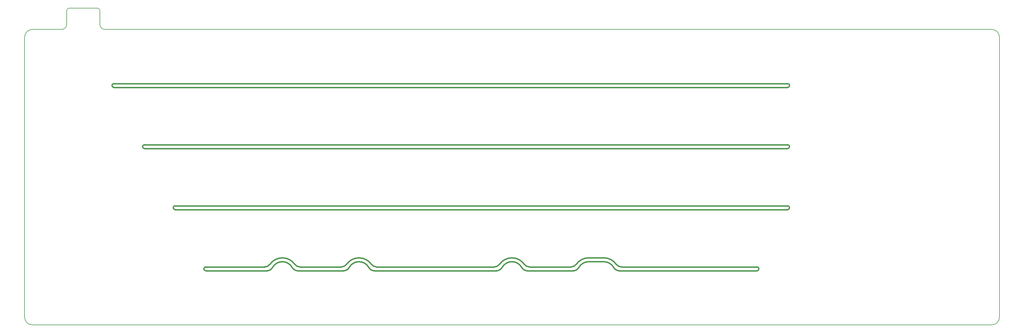
<source format=gbr>
%TF.GenerationSoftware,KiCad,Pcbnew,(5.1.11)-1*%
%TF.CreationDate,2022-07-12T18:19:22+07:00*%
%TF.ProjectId,Malenia,4d616c65-6e69-4612-9e6b-696361645f70,rev?*%
%TF.SameCoordinates,Original*%
%TF.FileFunction,Profile,NP*%
%FSLAX46Y46*%
G04 Gerber Fmt 4.6, Leading zero omitted, Abs format (unit mm)*
G04 Created by KiCad (PCBNEW (5.1.11)-1) date 2022-07-12 18:19:22*
%MOMM*%
%LPD*%
G01*
G04 APERTURE LIST*
%TA.AperFunction,Profile*%
%ADD10C,0.400000*%
%TD*%
%TA.AperFunction,Profile*%
%ADD11C,0.150000*%
%TD*%
G04 APERTURE END LIST*
D10*
X104742388Y-105374999D02*
X85725016Y-105375008D01*
X85725016Y-104175008D02*
X104082038Y-104174999D01*
X257174976Y-105374952D02*
X214345094Y-105374967D01*
X177113325Y-103331263D02*
G75*
G02*
X184773172Y-103331259I3829925J-2713737D01*
G01*
X138843555Y-104174990D02*
G75*
G02*
X137211679Y-103331269I0J2000001D01*
G01*
X129551819Y-103331273D02*
G75*
G02*
X137211679Y-103331269I3829931J-2713727D01*
G01*
X129551818Y-103331270D02*
G75*
G02*
X127919943Y-104174992I-1631876J1156278D01*
G01*
X200989329Y-103331257D02*
G75*
G02*
X204819248Y-101351100I3829921J-2713743D01*
G01*
X177113325Y-103331261D02*
G75*
G02*
X175481452Y-104174978I-1631873J1156283D01*
G01*
X215005439Y-104174967D02*
X257174976Y-104174952D01*
X204819248Y-101351100D02*
X209543650Y-101351100D01*
X138843555Y-104174989D02*
X175481452Y-104174978D01*
X209543649Y-101351100D02*
G75*
G02*
X213373568Y-103331253I1J-4693900D01*
G01*
X185744699Y-105374975D02*
G75*
G02*
X183996778Y-104346971I-1J2000000D01*
G01*
X200017804Y-105374971D02*
X185744699Y-105374975D01*
X201765722Y-104346968D02*
G75*
G02*
X200017804Y-105374971I-1747919J971997D01*
G01*
X215005439Y-104174967D02*
G75*
G02*
X213373568Y-103331253I0J2000000D01*
G01*
X214345094Y-105374967D02*
G75*
G02*
X212597175Y-104346966I-1J2000000D01*
G01*
X200989328Y-103331257D02*
G75*
G02*
X199357457Y-104174971I-1631871J1156286D01*
G01*
X201765723Y-104346969D02*
G75*
G02*
X204819250Y-102551100I3053527J-1698031D01*
G01*
X209543648Y-102551100D02*
X204819250Y-102551100D01*
X209543648Y-102551100D02*
G75*
G02*
X212597175Y-104346966I2J-3493900D01*
G01*
X186405045Y-104174975D02*
X199357457Y-104174971D01*
X186405045Y-104174976D02*
G75*
G02*
X184773172Y-103331259I0J2000001D01*
G01*
X115005660Y-104174996D02*
X127919943Y-104174992D01*
X115005661Y-104174996D02*
G75*
G02*
X113373783Y-103331274I-1J2000000D01*
G01*
X105713915Y-103331277D02*
G75*
G02*
X113373783Y-103331274I3829935J-2713723D01*
G01*
X114345311Y-105374996D02*
G75*
G02*
X112597386Y-104346985I-1J2000000D01*
G01*
X177889720Y-104346974D02*
G75*
G02*
X183996778Y-104346971I3053530J-1698026D01*
G01*
X105713915Y-103331275D02*
G75*
G02*
X104082038Y-104174999I-1631878J1156276D01*
G01*
X106490313Y-104346987D02*
G75*
G02*
X112597386Y-104346985I3053537J-1698013D01*
G01*
X177889720Y-104346973D02*
G75*
G02*
X176141800Y-105374978I-1747921J971995D01*
G01*
X176141800Y-105374978D02*
X138183206Y-105374989D01*
X106490312Y-104346987D02*
G75*
G02*
X104742388Y-105374999I-1747924J971988D01*
G01*
X128580292Y-105374992D02*
X114345310Y-105374996D01*
X130328215Y-104346983D02*
G75*
G02*
X136435283Y-104346980I3053535J-1698017D01*
G01*
X130328215Y-104346982D02*
G75*
G02*
X128580292Y-105374992I-1747923J971990D01*
G01*
X138183207Y-105374989D02*
G75*
G02*
X136435283Y-104346980I-1J2000000D01*
G01*
X85725016Y-105375008D02*
G75*
G02*
X85725016Y-104175008I0J600000D01*
G01*
X257174976Y-104174952D02*
G75*
G02*
X257174976Y-105374952I0J-600000D01*
G01*
X266699976Y-85124952D02*
G75*
G02*
X266699976Y-86324952I0J-600000D01*
G01*
X76200016Y-85125008D02*
X266699976Y-85124952D01*
X76200016Y-86325008D02*
G75*
G02*
X76200016Y-85125008I0J600000D01*
G01*
X76200016Y-86325008D02*
X266699976Y-86324952D01*
X66675016Y-67275008D02*
X266699976Y-67274952D01*
X66675016Y-67275008D02*
G75*
G02*
X66675016Y-66075008I0J600000D01*
G01*
X66675016Y-66075008D02*
X266699976Y-66074952D01*
X266699976Y-66074952D02*
G75*
G02*
X266699976Y-67274952I0J-600000D01*
G01*
X57150016Y-48225008D02*
G75*
G02*
X57150016Y-47025008I0J600000D01*
G01*
X266699976Y-47024952D02*
G75*
G02*
X266699976Y-48224952I0J-600000D01*
G01*
X57150016Y-48225008D02*
X266699976Y-48224952D01*
X57150016Y-47025008D02*
X266699976Y-47024952D01*
D11*
X332589844Y-119865968D02*
X332589844Y-32521541D01*
X29376790Y-32553293D02*
X29376790Y-119834219D01*
X31742170Y-122231346D02*
G75*
G02*
X29376790Y-119834219I15873J2381253D01*
G01*
X332589844Y-119865968D02*
G75*
G02*
X330224517Y-122231293I-2381200J15875D01*
G01*
X31742170Y-122231346D02*
X330224517Y-122231293D01*
X52014584Y-23500059D02*
X43251568Y-23500059D01*
X29376843Y-32553293D02*
G75*
G02*
X31735820Y-30156267I2381200J15877D01*
G01*
X330224517Y-30156216D02*
G75*
G02*
X332589844Y-32521541I-15873J-2381200D01*
G01*
X42473851Y-24277777D02*
G75*
G02*
X43251568Y-23500059I793592J-15874D01*
G01*
X52014584Y-23500059D02*
G75*
G02*
X52792302Y-24277776I-15874J-793592D01*
G01*
X52792540Y-28584536D02*
X52792302Y-24277776D01*
X42473851Y-24277777D02*
X42473613Y-28584536D01*
X330224517Y-30156216D02*
X54364091Y-30156084D01*
X40908412Y-30156008D02*
X31735820Y-30156267D01*
X54364091Y-30156084D02*
G75*
G02*
X52792540Y-28584536I15872J1587423D01*
G01*
X42473614Y-28584536D02*
G75*
G02*
X40908412Y-30156008I-1587424J15875D01*
G01*
M02*

</source>
